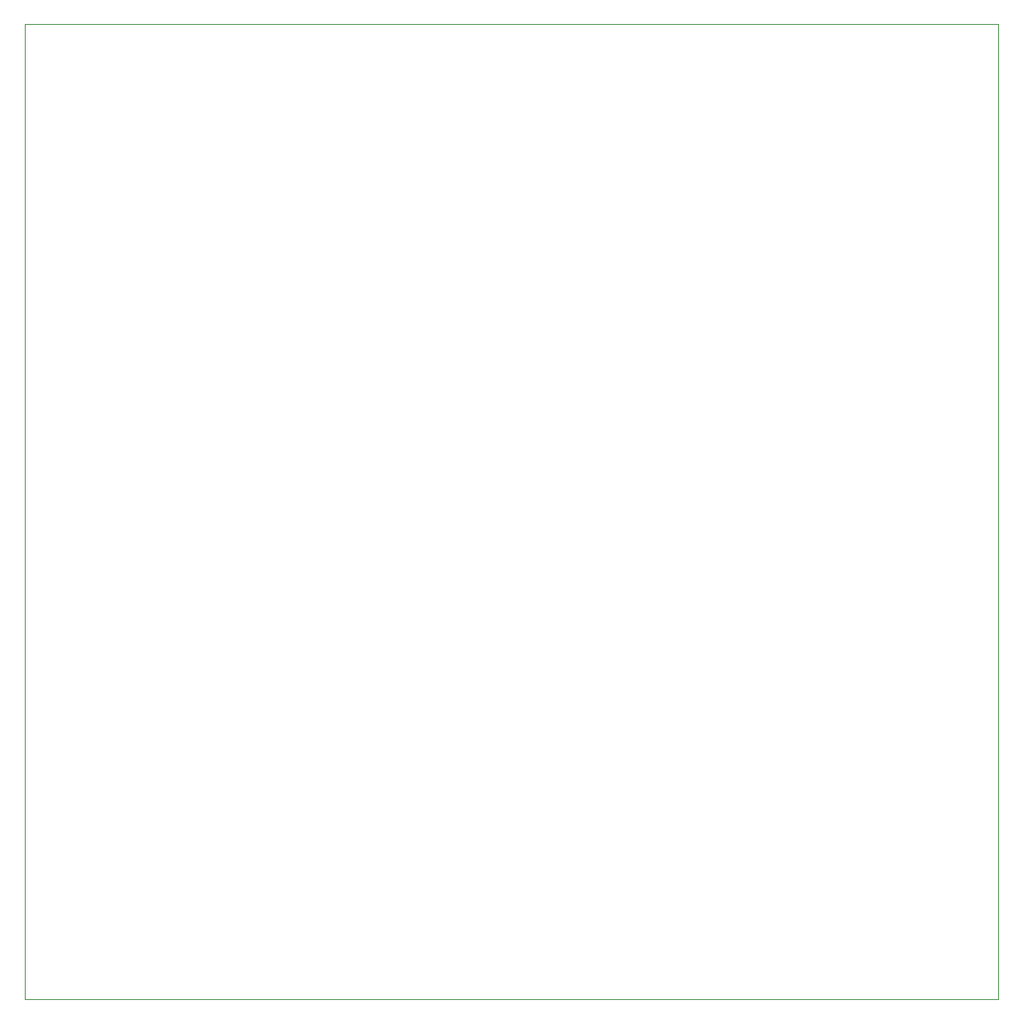
<source format=gbr>
%TF.GenerationSoftware,KiCad,Pcbnew,(6.0.4)*%
%TF.CreationDate,2022-04-28T21:28:56-07:00*%
%TF.ProjectId,Complete Schematic V4,436f6d70-6c65-4746-9520-536368656d61,rev?*%
%TF.SameCoordinates,Original*%
%TF.FileFunction,Profile,NP*%
%FSLAX46Y46*%
G04 Gerber Fmt 4.6, Leading zero omitted, Abs format (unit mm)*
G04 Created by KiCad (PCBNEW (6.0.4)) date 2022-04-28 21:28:56*
%MOMM*%
%LPD*%
G01*
G04 APERTURE LIST*
%TA.AperFunction,Profile*%
%ADD10C,0.100000*%
%TD*%
G04 APERTURE END LIST*
D10*
X200800000Y-155800000D02*
X101200000Y-155800000D01*
X101200000Y-155800000D02*
X101200000Y-56100000D01*
X101200000Y-56100000D02*
X200800000Y-56100000D01*
X200800000Y-56100000D02*
X200800000Y-155800000D01*
M02*

</source>
